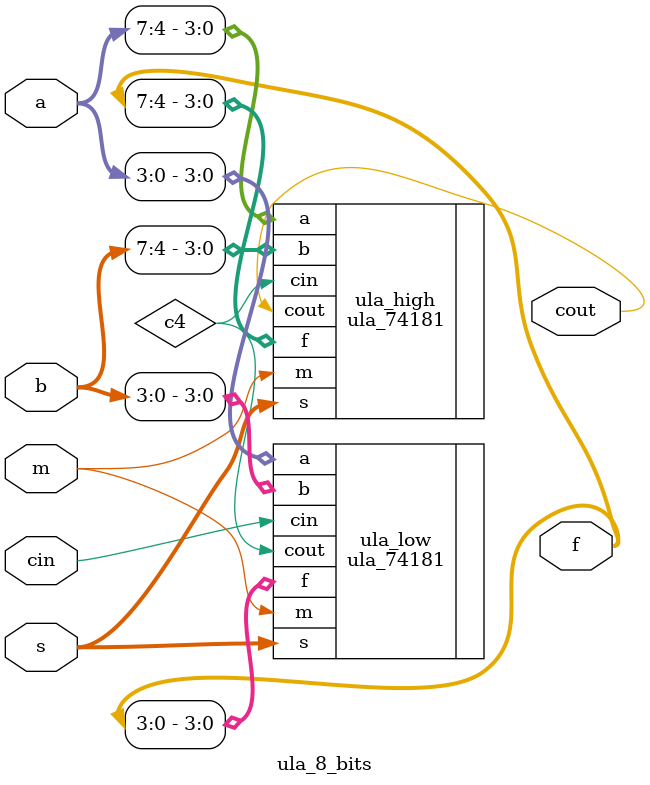
<source format=sv>
/*
 * Módulo: ula_8_bits
 * Descrição: ULA de 8 bits que utiliza duas ULAs de 4 bits (ula_74181).
 *            Fornece a operação de soma necessária para o multiplicador.
 */
module ula_8_bits (
    input  logic [7:0] a, b,
    input  logic [3:0] s,
    input  logic       m,
    input  logic       cin,
    output logic [7:0] f,
    output logic       cout
);

    logic c4; // Carry out do primeiro estágio

    // Instância da ULA para os 4 bits menos significativos
    ula_74181 ula_low (
        .a(a[3:0]), .b(b[3:0]),
        .s(s), .m(m), .cin(cin),
        .f(f[3:0]), .cout(c4)
    );

    // Instância da ULA para os 4 bits mais significativos
    ula_74181 ula_high (
        .a(a[7:4]), .b(b[7:4]),
        .s(s), .m(m), .cin(c4),
        .f(f[7:4]), .cout(cout)
    );

endmodule
</source>
